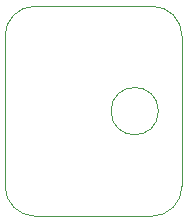
<source format=gbr>
%TF.GenerationSoftware,KiCad,Pcbnew,7.0.9*%
%TF.CreationDate,2023-12-14T21:55:59-08:00*%
%TF.ProjectId,motor-mount,6d6f746f-722d-46d6-9f75-6e742e6b6963,rev?*%
%TF.SameCoordinates,Original*%
%TF.FileFunction,Profile,NP*%
%FSLAX46Y46*%
G04 Gerber Fmt 4.6, Leading zero omitted, Abs format (unit mm)*
G04 Created by KiCad (PCBNEW 7.0.9) date 2023-12-14 21:55:59*
%MOMM*%
%LPD*%
G01*
G04 APERTURE LIST*
%TA.AperFunction,Profile*%
%ADD10C,0.100000*%
%TD*%
%TA.AperFunction,Profile*%
%ADD11C,0.050000*%
%TD*%
G04 APERTURE END LIST*
D10*
X22352000Y-15438000D02*
G75*
G03*
X19812000Y-17978000I0J-2540000D01*
G01*
X34798000Y-17978000D02*
X34798000Y-30678000D01*
X34798000Y-17978000D02*
G75*
G03*
X32258000Y-15438000I-2540000J0D01*
G01*
X19812000Y-30678000D02*
G75*
G03*
X22352000Y-33218000I2540000J0D01*
G01*
X32258000Y-33218000D02*
X22352000Y-33218000D01*
X19812000Y-17978000D02*
X19812000Y-30678000D01*
X22352000Y-15438000D02*
X32258000Y-15438000D01*
X32258000Y-33218000D02*
G75*
G03*
X34798000Y-30678000I0J2540000D01*
G01*
D11*
%TO.C,M1*%
X32790000Y-24328000D02*
G75*
G03*
X32790000Y-24328000I-2000000J0D01*
G01*
%TD*%
M02*

</source>
